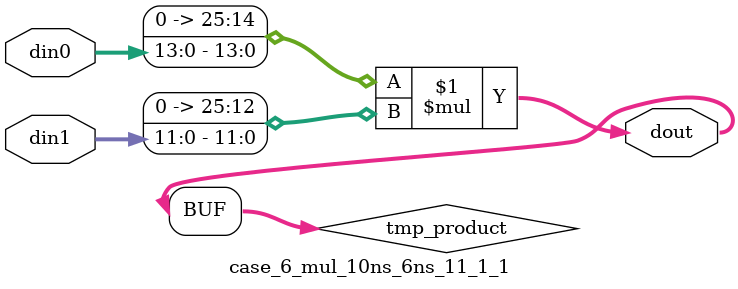
<source format=v>

`timescale 1 ns / 1 ps

 (* use_dsp = "no" *)  module case_6_mul_10ns_6ns_11_1_1(din0, din1, dout);
parameter ID = 1;
parameter NUM_STAGE = 0;
parameter din0_WIDTH = 14;
parameter din1_WIDTH = 12;
parameter dout_WIDTH = 26;

input [din0_WIDTH - 1 : 0] din0; 
input [din1_WIDTH - 1 : 0] din1; 
output [dout_WIDTH - 1 : 0] dout;

wire signed [dout_WIDTH - 1 : 0] tmp_product;
























assign tmp_product = $signed({1'b0, din0}) * $signed({1'b0, din1});











assign dout = tmp_product;





















endmodule

</source>
